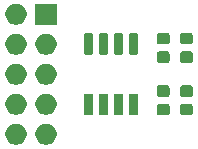
<source format=gbr>
G04 #@! TF.GenerationSoftware,KiCad,Pcbnew,5.1.5*
G04 #@! TF.CreationDate,2019-12-29T20:10:12-05:00*
G04 #@! TF.ProjectId,cluster-luks-key,636c7573-7465-4722-9d6c-756b732d6b65,v01*
G04 #@! TF.SameCoordinates,Original*
G04 #@! TF.FileFunction,Soldermask,Top*
G04 #@! TF.FilePolarity,Negative*
%FSLAX46Y46*%
G04 Gerber Fmt 4.6, Leading zero omitted, Abs format (unit mm)*
G04 Created by KiCad (PCBNEW 5.1.5) date 2019-12-29 20:10:12*
%MOMM*%
%LPD*%
G04 APERTURE LIST*
%ADD10C,0.100000*%
G04 APERTURE END LIST*
D10*
G36*
X155428513Y-105018928D02*
G01*
X155577813Y-105048625D01*
X155741785Y-105116545D01*
X155889355Y-105215148D01*
X156014854Y-105340647D01*
X156113457Y-105488217D01*
X156181377Y-105652189D01*
X156216001Y-105826260D01*
X156216001Y-106003742D01*
X156181377Y-106177813D01*
X156113457Y-106341785D01*
X156014854Y-106489355D01*
X155889355Y-106614854D01*
X155741785Y-106713457D01*
X155577813Y-106781377D01*
X155428513Y-106811074D01*
X155403743Y-106816001D01*
X155226259Y-106816001D01*
X155201489Y-106811074D01*
X155052189Y-106781377D01*
X154888217Y-106713457D01*
X154740647Y-106614854D01*
X154615148Y-106489355D01*
X154516545Y-106341785D01*
X154448625Y-106177813D01*
X154414001Y-106003742D01*
X154414001Y-105826260D01*
X154448625Y-105652189D01*
X154516545Y-105488217D01*
X154615148Y-105340647D01*
X154740647Y-105215148D01*
X154888217Y-105116545D01*
X155052189Y-105048625D01*
X155201489Y-105018928D01*
X155226259Y-105014001D01*
X155403743Y-105014001D01*
X155428513Y-105018928D01*
G37*
G36*
X152888513Y-105018928D02*
G01*
X153037813Y-105048625D01*
X153201785Y-105116545D01*
X153349355Y-105215148D01*
X153474854Y-105340647D01*
X153573457Y-105488217D01*
X153641377Y-105652189D01*
X153676001Y-105826260D01*
X153676001Y-106003742D01*
X153641377Y-106177813D01*
X153573457Y-106341785D01*
X153474854Y-106489355D01*
X153349355Y-106614854D01*
X153201785Y-106713457D01*
X153037813Y-106781377D01*
X152888513Y-106811074D01*
X152863743Y-106816001D01*
X152686259Y-106816001D01*
X152661489Y-106811074D01*
X152512189Y-106781377D01*
X152348217Y-106713457D01*
X152200647Y-106614854D01*
X152075148Y-106489355D01*
X151976545Y-106341785D01*
X151908625Y-106177813D01*
X151874001Y-106003742D01*
X151874001Y-105826260D01*
X151908625Y-105652189D01*
X151976545Y-105488217D01*
X152075148Y-105340647D01*
X152200647Y-105215148D01*
X152348217Y-105116545D01*
X152512189Y-105048625D01*
X152661489Y-105018928D01*
X152686259Y-105014001D01*
X152863743Y-105014001D01*
X152888513Y-105018928D01*
G37*
G36*
X162984928Y-102481764D02*
G01*
X163006009Y-102488160D01*
X163025445Y-102498548D01*
X163042476Y-102512524D01*
X163056452Y-102529555D01*
X163066840Y-102548991D01*
X163073236Y-102570072D01*
X163076000Y-102598140D01*
X163076000Y-104211860D01*
X163073236Y-104239928D01*
X163066840Y-104261009D01*
X163056452Y-104280445D01*
X163042476Y-104297476D01*
X163025445Y-104311452D01*
X163006009Y-104321840D01*
X162984928Y-104328236D01*
X162956860Y-104331000D01*
X162493140Y-104331000D01*
X162465072Y-104328236D01*
X162443991Y-104321840D01*
X162424555Y-104311452D01*
X162407524Y-104297476D01*
X162393548Y-104280445D01*
X162383160Y-104261009D01*
X162376764Y-104239928D01*
X162374000Y-104211860D01*
X162374000Y-102598140D01*
X162376764Y-102570072D01*
X162383160Y-102548991D01*
X162393548Y-102529555D01*
X162407524Y-102512524D01*
X162424555Y-102498548D01*
X162443991Y-102488160D01*
X162465072Y-102481764D01*
X162493140Y-102479000D01*
X162956860Y-102479000D01*
X162984928Y-102481764D01*
G37*
G36*
X161714928Y-102481764D02*
G01*
X161736009Y-102488160D01*
X161755445Y-102498548D01*
X161772476Y-102512524D01*
X161786452Y-102529555D01*
X161796840Y-102548991D01*
X161803236Y-102570072D01*
X161806000Y-102598140D01*
X161806000Y-104211860D01*
X161803236Y-104239928D01*
X161796840Y-104261009D01*
X161786452Y-104280445D01*
X161772476Y-104297476D01*
X161755445Y-104311452D01*
X161736009Y-104321840D01*
X161714928Y-104328236D01*
X161686860Y-104331000D01*
X161223140Y-104331000D01*
X161195072Y-104328236D01*
X161173991Y-104321840D01*
X161154555Y-104311452D01*
X161137524Y-104297476D01*
X161123548Y-104280445D01*
X161113160Y-104261009D01*
X161106764Y-104239928D01*
X161104000Y-104211860D01*
X161104000Y-102598140D01*
X161106764Y-102570072D01*
X161113160Y-102548991D01*
X161123548Y-102529555D01*
X161137524Y-102512524D01*
X161154555Y-102498548D01*
X161173991Y-102488160D01*
X161195072Y-102481764D01*
X161223140Y-102479000D01*
X161686860Y-102479000D01*
X161714928Y-102481764D01*
G37*
G36*
X160444928Y-102481764D02*
G01*
X160466009Y-102488160D01*
X160485445Y-102498548D01*
X160502476Y-102512524D01*
X160516452Y-102529555D01*
X160526840Y-102548991D01*
X160533236Y-102570072D01*
X160536000Y-102598140D01*
X160536000Y-104211860D01*
X160533236Y-104239928D01*
X160526840Y-104261009D01*
X160516452Y-104280445D01*
X160502476Y-104297476D01*
X160485445Y-104311452D01*
X160466009Y-104321840D01*
X160444928Y-104328236D01*
X160416860Y-104331000D01*
X159953140Y-104331000D01*
X159925072Y-104328236D01*
X159903991Y-104321840D01*
X159884555Y-104311452D01*
X159867524Y-104297476D01*
X159853548Y-104280445D01*
X159843160Y-104261009D01*
X159836764Y-104239928D01*
X159834000Y-104211860D01*
X159834000Y-102598140D01*
X159836764Y-102570072D01*
X159843160Y-102548991D01*
X159853548Y-102529555D01*
X159867524Y-102512524D01*
X159884555Y-102498548D01*
X159903991Y-102488160D01*
X159925072Y-102481764D01*
X159953140Y-102479000D01*
X160416860Y-102479000D01*
X160444928Y-102481764D01*
G37*
G36*
X159174928Y-102481764D02*
G01*
X159196009Y-102488160D01*
X159215445Y-102498548D01*
X159232476Y-102512524D01*
X159246452Y-102529555D01*
X159256840Y-102548991D01*
X159263236Y-102570072D01*
X159266000Y-102598140D01*
X159266000Y-104211860D01*
X159263236Y-104239928D01*
X159256840Y-104261009D01*
X159246452Y-104280445D01*
X159232476Y-104297476D01*
X159215445Y-104311452D01*
X159196009Y-104321840D01*
X159174928Y-104328236D01*
X159146860Y-104331000D01*
X158683140Y-104331000D01*
X158655072Y-104328236D01*
X158633991Y-104321840D01*
X158614555Y-104311452D01*
X158597524Y-104297476D01*
X158583548Y-104280445D01*
X158573160Y-104261009D01*
X158566764Y-104239928D01*
X158564000Y-104211860D01*
X158564000Y-102598140D01*
X158566764Y-102570072D01*
X158573160Y-102548991D01*
X158583548Y-102529555D01*
X158597524Y-102512524D01*
X158614555Y-102498548D01*
X158633991Y-102488160D01*
X158655072Y-102481764D01*
X158683140Y-102479000D01*
X159146860Y-102479000D01*
X159174928Y-102481764D01*
G37*
G36*
X167589591Y-103353085D02*
G01*
X167623569Y-103363393D01*
X167654890Y-103380134D01*
X167682339Y-103402661D01*
X167704866Y-103430110D01*
X167721607Y-103461431D01*
X167731915Y-103495409D01*
X167736000Y-103536890D01*
X167736000Y-104138110D01*
X167731915Y-104179591D01*
X167721607Y-104213569D01*
X167704866Y-104244890D01*
X167682339Y-104272339D01*
X167654890Y-104294866D01*
X167623569Y-104311607D01*
X167589591Y-104321915D01*
X167548110Y-104326000D01*
X166871890Y-104326000D01*
X166830409Y-104321915D01*
X166796431Y-104311607D01*
X166765110Y-104294866D01*
X166737661Y-104272339D01*
X166715134Y-104244890D01*
X166698393Y-104213569D01*
X166688085Y-104179591D01*
X166684000Y-104138110D01*
X166684000Y-103536890D01*
X166688085Y-103495409D01*
X166698393Y-103461431D01*
X166715134Y-103430110D01*
X166737661Y-103402661D01*
X166765110Y-103380134D01*
X166796431Y-103363393D01*
X166830409Y-103353085D01*
X166871890Y-103349000D01*
X167548110Y-103349000D01*
X167589591Y-103353085D01*
G37*
G36*
X165629591Y-103353085D02*
G01*
X165663569Y-103363393D01*
X165694890Y-103380134D01*
X165722339Y-103402661D01*
X165744866Y-103430110D01*
X165761607Y-103461431D01*
X165771915Y-103495409D01*
X165776000Y-103536890D01*
X165776000Y-104138110D01*
X165771915Y-104179591D01*
X165761607Y-104213569D01*
X165744866Y-104244890D01*
X165722339Y-104272339D01*
X165694890Y-104294866D01*
X165663569Y-104311607D01*
X165629591Y-104321915D01*
X165588110Y-104326000D01*
X164911890Y-104326000D01*
X164870409Y-104321915D01*
X164836431Y-104311607D01*
X164805110Y-104294866D01*
X164777661Y-104272339D01*
X164755134Y-104244890D01*
X164738393Y-104213569D01*
X164728085Y-104179591D01*
X164724000Y-104138110D01*
X164724000Y-103536890D01*
X164728085Y-103495409D01*
X164738393Y-103461431D01*
X164755134Y-103430110D01*
X164777661Y-103402661D01*
X164805110Y-103380134D01*
X164836431Y-103363393D01*
X164870409Y-103353085D01*
X164911890Y-103349000D01*
X165588110Y-103349000D01*
X165629591Y-103353085D01*
G37*
G36*
X152888513Y-102478928D02*
G01*
X153037813Y-102508625D01*
X153201785Y-102576545D01*
X153349355Y-102675148D01*
X153474854Y-102800647D01*
X153573457Y-102948217D01*
X153641377Y-103112189D01*
X153676001Y-103286260D01*
X153676001Y-103463742D01*
X153641377Y-103637813D01*
X153573457Y-103801785D01*
X153474854Y-103949355D01*
X153349355Y-104074854D01*
X153201785Y-104173457D01*
X153037813Y-104241377D01*
X152888513Y-104271074D01*
X152863743Y-104276001D01*
X152686259Y-104276001D01*
X152661489Y-104271074D01*
X152512189Y-104241377D01*
X152348217Y-104173457D01*
X152200647Y-104074854D01*
X152075148Y-103949355D01*
X151976545Y-103801785D01*
X151908625Y-103637813D01*
X151874001Y-103463742D01*
X151874001Y-103286260D01*
X151908625Y-103112189D01*
X151976545Y-102948217D01*
X152075148Y-102800647D01*
X152200647Y-102675148D01*
X152348217Y-102576545D01*
X152512189Y-102508625D01*
X152661489Y-102478928D01*
X152686259Y-102474001D01*
X152863743Y-102474001D01*
X152888513Y-102478928D01*
G37*
G36*
X155428513Y-102478928D02*
G01*
X155577813Y-102508625D01*
X155741785Y-102576545D01*
X155889355Y-102675148D01*
X156014854Y-102800647D01*
X156113457Y-102948217D01*
X156181377Y-103112189D01*
X156216001Y-103286260D01*
X156216001Y-103463742D01*
X156181377Y-103637813D01*
X156113457Y-103801785D01*
X156014854Y-103949355D01*
X155889355Y-104074854D01*
X155741785Y-104173457D01*
X155577813Y-104241377D01*
X155428513Y-104271074D01*
X155403743Y-104276001D01*
X155226259Y-104276001D01*
X155201489Y-104271074D01*
X155052189Y-104241377D01*
X154888217Y-104173457D01*
X154740647Y-104074854D01*
X154615148Y-103949355D01*
X154516545Y-103801785D01*
X154448625Y-103637813D01*
X154414001Y-103463742D01*
X154414001Y-103286260D01*
X154448625Y-103112189D01*
X154516545Y-102948217D01*
X154615148Y-102800647D01*
X154740647Y-102675148D01*
X154888217Y-102576545D01*
X155052189Y-102508625D01*
X155201489Y-102478928D01*
X155226259Y-102474001D01*
X155403743Y-102474001D01*
X155428513Y-102478928D01*
G37*
G36*
X167589591Y-101778085D02*
G01*
X167623569Y-101788393D01*
X167654890Y-101805134D01*
X167682339Y-101827661D01*
X167704866Y-101855110D01*
X167721607Y-101886431D01*
X167731915Y-101920409D01*
X167736000Y-101961890D01*
X167736000Y-102563110D01*
X167731915Y-102604591D01*
X167721607Y-102638569D01*
X167704866Y-102669890D01*
X167682339Y-102697339D01*
X167654890Y-102719866D01*
X167623569Y-102736607D01*
X167589591Y-102746915D01*
X167548110Y-102751000D01*
X166871890Y-102751000D01*
X166830409Y-102746915D01*
X166796431Y-102736607D01*
X166765110Y-102719866D01*
X166737661Y-102697339D01*
X166715134Y-102669890D01*
X166698393Y-102638569D01*
X166688085Y-102604591D01*
X166684000Y-102563110D01*
X166684000Y-101961890D01*
X166688085Y-101920409D01*
X166698393Y-101886431D01*
X166715134Y-101855110D01*
X166737661Y-101827661D01*
X166765110Y-101805134D01*
X166796431Y-101788393D01*
X166830409Y-101778085D01*
X166871890Y-101774000D01*
X167548110Y-101774000D01*
X167589591Y-101778085D01*
G37*
G36*
X165629591Y-101778085D02*
G01*
X165663569Y-101788393D01*
X165694890Y-101805134D01*
X165722339Y-101827661D01*
X165744866Y-101855110D01*
X165761607Y-101886431D01*
X165771915Y-101920409D01*
X165776000Y-101961890D01*
X165776000Y-102563110D01*
X165771915Y-102604591D01*
X165761607Y-102638569D01*
X165744866Y-102669890D01*
X165722339Y-102697339D01*
X165694890Y-102719866D01*
X165663569Y-102736607D01*
X165629591Y-102746915D01*
X165588110Y-102751000D01*
X164911890Y-102751000D01*
X164870409Y-102746915D01*
X164836431Y-102736607D01*
X164805110Y-102719866D01*
X164777661Y-102697339D01*
X164755134Y-102669890D01*
X164738393Y-102638569D01*
X164728085Y-102604591D01*
X164724000Y-102563110D01*
X164724000Y-101961890D01*
X164728085Y-101920409D01*
X164738393Y-101886431D01*
X164755134Y-101855110D01*
X164777661Y-101827661D01*
X164805110Y-101805134D01*
X164836431Y-101788393D01*
X164870409Y-101778085D01*
X164911890Y-101774000D01*
X165588110Y-101774000D01*
X165629591Y-101778085D01*
G37*
G36*
X155428513Y-99938928D02*
G01*
X155577813Y-99968625D01*
X155741785Y-100036545D01*
X155889355Y-100135148D01*
X156014854Y-100260647D01*
X156113457Y-100408217D01*
X156181377Y-100572189D01*
X156216001Y-100746260D01*
X156216001Y-100923742D01*
X156181377Y-101097813D01*
X156113457Y-101261785D01*
X156014854Y-101409355D01*
X155889355Y-101534854D01*
X155741785Y-101633457D01*
X155577813Y-101701377D01*
X155428513Y-101731074D01*
X155403743Y-101736001D01*
X155226259Y-101736001D01*
X155201489Y-101731074D01*
X155052189Y-101701377D01*
X154888217Y-101633457D01*
X154740647Y-101534854D01*
X154615148Y-101409355D01*
X154516545Y-101261785D01*
X154448625Y-101097813D01*
X154414001Y-100923742D01*
X154414001Y-100746260D01*
X154448625Y-100572189D01*
X154516545Y-100408217D01*
X154615148Y-100260647D01*
X154740647Y-100135148D01*
X154888217Y-100036545D01*
X155052189Y-99968625D01*
X155201489Y-99938928D01*
X155226259Y-99934001D01*
X155403743Y-99934001D01*
X155428513Y-99938928D01*
G37*
G36*
X152888513Y-99938928D02*
G01*
X153037813Y-99968625D01*
X153201785Y-100036545D01*
X153349355Y-100135148D01*
X153474854Y-100260647D01*
X153573457Y-100408217D01*
X153641377Y-100572189D01*
X153676001Y-100746260D01*
X153676001Y-100923742D01*
X153641377Y-101097813D01*
X153573457Y-101261785D01*
X153474854Y-101409355D01*
X153349355Y-101534854D01*
X153201785Y-101633457D01*
X153037813Y-101701377D01*
X152888513Y-101731074D01*
X152863743Y-101736001D01*
X152686259Y-101736001D01*
X152661489Y-101731074D01*
X152512189Y-101701377D01*
X152348217Y-101633457D01*
X152200647Y-101534854D01*
X152075148Y-101409355D01*
X151976545Y-101261785D01*
X151908625Y-101097813D01*
X151874001Y-100923742D01*
X151874001Y-100746260D01*
X151908625Y-100572189D01*
X151976545Y-100408217D01*
X152075148Y-100260647D01*
X152200647Y-100135148D01*
X152348217Y-100036545D01*
X152512189Y-99968625D01*
X152661489Y-99938928D01*
X152686259Y-99934001D01*
X152863743Y-99934001D01*
X152888513Y-99938928D01*
G37*
G36*
X167589591Y-98913085D02*
G01*
X167623569Y-98923393D01*
X167654890Y-98940134D01*
X167682339Y-98962661D01*
X167704866Y-98990110D01*
X167721607Y-99021431D01*
X167731915Y-99055409D01*
X167736000Y-99096890D01*
X167736000Y-99698110D01*
X167731915Y-99739591D01*
X167721607Y-99773569D01*
X167704866Y-99804890D01*
X167682339Y-99832339D01*
X167654890Y-99854866D01*
X167623569Y-99871607D01*
X167589591Y-99881915D01*
X167548110Y-99886000D01*
X166871890Y-99886000D01*
X166830409Y-99881915D01*
X166796431Y-99871607D01*
X166765110Y-99854866D01*
X166737661Y-99832339D01*
X166715134Y-99804890D01*
X166698393Y-99773569D01*
X166688085Y-99739591D01*
X166684000Y-99698110D01*
X166684000Y-99096890D01*
X166688085Y-99055409D01*
X166698393Y-99021431D01*
X166715134Y-98990110D01*
X166737661Y-98962661D01*
X166765110Y-98940134D01*
X166796431Y-98923393D01*
X166830409Y-98913085D01*
X166871890Y-98909000D01*
X167548110Y-98909000D01*
X167589591Y-98913085D01*
G37*
G36*
X165629591Y-98913085D02*
G01*
X165663569Y-98923393D01*
X165694890Y-98940134D01*
X165722339Y-98962661D01*
X165744866Y-98990110D01*
X165761607Y-99021431D01*
X165771915Y-99055409D01*
X165776000Y-99096890D01*
X165776000Y-99698110D01*
X165771915Y-99739591D01*
X165761607Y-99773569D01*
X165744866Y-99804890D01*
X165722339Y-99832339D01*
X165694890Y-99854866D01*
X165663569Y-99871607D01*
X165629591Y-99881915D01*
X165588110Y-99886000D01*
X164911890Y-99886000D01*
X164870409Y-99881915D01*
X164836431Y-99871607D01*
X164805110Y-99854866D01*
X164777661Y-99832339D01*
X164755134Y-99804890D01*
X164738393Y-99773569D01*
X164728085Y-99739591D01*
X164724000Y-99698110D01*
X164724000Y-99096890D01*
X164728085Y-99055409D01*
X164738393Y-99021431D01*
X164755134Y-98990110D01*
X164777661Y-98962661D01*
X164805110Y-98940134D01*
X164836431Y-98923393D01*
X164870409Y-98913085D01*
X164911890Y-98909000D01*
X165588110Y-98909000D01*
X165629591Y-98913085D01*
G37*
G36*
X152888513Y-97398928D02*
G01*
X153037813Y-97428625D01*
X153201785Y-97496545D01*
X153349355Y-97595148D01*
X153474854Y-97720647D01*
X153573457Y-97868217D01*
X153641377Y-98032189D01*
X153676001Y-98206260D01*
X153676001Y-98383742D01*
X153641377Y-98557813D01*
X153573457Y-98721785D01*
X153474854Y-98869355D01*
X153349355Y-98994854D01*
X153201785Y-99093457D01*
X153037813Y-99161377D01*
X152888513Y-99191074D01*
X152863743Y-99196001D01*
X152686259Y-99196001D01*
X152661489Y-99191074D01*
X152512189Y-99161377D01*
X152348217Y-99093457D01*
X152200647Y-98994854D01*
X152075148Y-98869355D01*
X151976545Y-98721785D01*
X151908625Y-98557813D01*
X151874001Y-98383742D01*
X151874001Y-98206260D01*
X151908625Y-98032189D01*
X151976545Y-97868217D01*
X152075148Y-97720647D01*
X152200647Y-97595148D01*
X152348217Y-97496545D01*
X152512189Y-97428625D01*
X152661489Y-97398928D01*
X152686259Y-97394001D01*
X152863743Y-97394001D01*
X152888513Y-97398928D01*
G37*
G36*
X155428513Y-97398928D02*
G01*
X155577813Y-97428625D01*
X155741785Y-97496545D01*
X155889355Y-97595148D01*
X156014854Y-97720647D01*
X156113457Y-97868217D01*
X156181377Y-98032189D01*
X156216001Y-98206260D01*
X156216001Y-98383742D01*
X156181377Y-98557813D01*
X156113457Y-98721785D01*
X156014854Y-98869355D01*
X155889355Y-98994854D01*
X155741785Y-99093457D01*
X155577813Y-99161377D01*
X155428513Y-99191074D01*
X155403743Y-99196001D01*
X155226259Y-99196001D01*
X155201489Y-99191074D01*
X155052189Y-99161377D01*
X154888217Y-99093457D01*
X154740647Y-98994854D01*
X154615148Y-98869355D01*
X154516545Y-98721785D01*
X154448625Y-98557813D01*
X154414001Y-98383742D01*
X154414001Y-98206260D01*
X154448625Y-98032189D01*
X154516545Y-97868217D01*
X154615148Y-97720647D01*
X154740647Y-97595148D01*
X154888217Y-97496545D01*
X155052189Y-97428625D01*
X155201489Y-97398928D01*
X155226259Y-97394001D01*
X155403743Y-97394001D01*
X155428513Y-97398928D01*
G37*
G36*
X162984928Y-97331764D02*
G01*
X163006009Y-97338160D01*
X163025445Y-97348548D01*
X163042476Y-97362524D01*
X163056452Y-97379555D01*
X163066840Y-97398991D01*
X163073236Y-97420072D01*
X163076000Y-97448140D01*
X163076000Y-99061860D01*
X163073236Y-99089928D01*
X163066840Y-99111009D01*
X163056452Y-99130445D01*
X163042476Y-99147476D01*
X163025445Y-99161452D01*
X163006009Y-99171840D01*
X162984928Y-99178236D01*
X162956860Y-99181000D01*
X162493140Y-99181000D01*
X162465072Y-99178236D01*
X162443991Y-99171840D01*
X162424555Y-99161452D01*
X162407524Y-99147476D01*
X162393548Y-99130445D01*
X162383160Y-99111009D01*
X162376764Y-99089928D01*
X162374000Y-99061860D01*
X162374000Y-97448140D01*
X162376764Y-97420072D01*
X162383160Y-97398991D01*
X162393548Y-97379555D01*
X162407524Y-97362524D01*
X162424555Y-97348548D01*
X162443991Y-97338160D01*
X162465072Y-97331764D01*
X162493140Y-97329000D01*
X162956860Y-97329000D01*
X162984928Y-97331764D01*
G37*
G36*
X161714928Y-97331764D02*
G01*
X161736009Y-97338160D01*
X161755445Y-97348548D01*
X161772476Y-97362524D01*
X161786452Y-97379555D01*
X161796840Y-97398991D01*
X161803236Y-97420072D01*
X161806000Y-97448140D01*
X161806000Y-99061860D01*
X161803236Y-99089928D01*
X161796840Y-99111009D01*
X161786452Y-99130445D01*
X161772476Y-99147476D01*
X161755445Y-99161452D01*
X161736009Y-99171840D01*
X161714928Y-99178236D01*
X161686860Y-99181000D01*
X161223140Y-99181000D01*
X161195072Y-99178236D01*
X161173991Y-99171840D01*
X161154555Y-99161452D01*
X161137524Y-99147476D01*
X161123548Y-99130445D01*
X161113160Y-99111009D01*
X161106764Y-99089928D01*
X161104000Y-99061860D01*
X161104000Y-97448140D01*
X161106764Y-97420072D01*
X161113160Y-97398991D01*
X161123548Y-97379555D01*
X161137524Y-97362524D01*
X161154555Y-97348548D01*
X161173991Y-97338160D01*
X161195072Y-97331764D01*
X161223140Y-97329000D01*
X161686860Y-97329000D01*
X161714928Y-97331764D01*
G37*
G36*
X159174928Y-97331764D02*
G01*
X159196009Y-97338160D01*
X159215445Y-97348548D01*
X159232476Y-97362524D01*
X159246452Y-97379555D01*
X159256840Y-97398991D01*
X159263236Y-97420072D01*
X159266000Y-97448140D01*
X159266000Y-99061860D01*
X159263236Y-99089928D01*
X159256840Y-99111009D01*
X159246452Y-99130445D01*
X159232476Y-99147476D01*
X159215445Y-99161452D01*
X159196009Y-99171840D01*
X159174928Y-99178236D01*
X159146860Y-99181000D01*
X158683140Y-99181000D01*
X158655072Y-99178236D01*
X158633991Y-99171840D01*
X158614555Y-99161452D01*
X158597524Y-99147476D01*
X158583548Y-99130445D01*
X158573160Y-99111009D01*
X158566764Y-99089928D01*
X158564000Y-99061860D01*
X158564000Y-97448140D01*
X158566764Y-97420072D01*
X158573160Y-97398991D01*
X158583548Y-97379555D01*
X158597524Y-97362524D01*
X158614555Y-97348548D01*
X158633991Y-97338160D01*
X158655072Y-97331764D01*
X158683140Y-97329000D01*
X159146860Y-97329000D01*
X159174928Y-97331764D01*
G37*
G36*
X160444928Y-97331764D02*
G01*
X160466009Y-97338160D01*
X160485445Y-97348548D01*
X160502476Y-97362524D01*
X160516452Y-97379555D01*
X160526840Y-97398991D01*
X160533236Y-97420072D01*
X160536000Y-97448140D01*
X160536000Y-99061860D01*
X160533236Y-99089928D01*
X160526840Y-99111009D01*
X160516452Y-99130445D01*
X160502476Y-99147476D01*
X160485445Y-99161452D01*
X160466009Y-99171840D01*
X160444928Y-99178236D01*
X160416860Y-99181000D01*
X159953140Y-99181000D01*
X159925072Y-99178236D01*
X159903991Y-99171840D01*
X159884555Y-99161452D01*
X159867524Y-99147476D01*
X159853548Y-99130445D01*
X159843160Y-99111009D01*
X159836764Y-99089928D01*
X159834000Y-99061860D01*
X159834000Y-97448140D01*
X159836764Y-97420072D01*
X159843160Y-97398991D01*
X159853548Y-97379555D01*
X159867524Y-97362524D01*
X159884555Y-97348548D01*
X159903991Y-97338160D01*
X159925072Y-97331764D01*
X159953140Y-97329000D01*
X160416860Y-97329000D01*
X160444928Y-97331764D01*
G37*
G36*
X165629591Y-97338085D02*
G01*
X165663569Y-97348393D01*
X165694890Y-97365134D01*
X165722339Y-97387661D01*
X165744866Y-97415110D01*
X165761607Y-97446431D01*
X165771915Y-97480409D01*
X165776000Y-97521890D01*
X165776000Y-98123110D01*
X165771915Y-98164591D01*
X165761607Y-98198569D01*
X165744866Y-98229890D01*
X165722339Y-98257339D01*
X165694890Y-98279866D01*
X165663569Y-98296607D01*
X165629591Y-98306915D01*
X165588110Y-98311000D01*
X164911890Y-98311000D01*
X164870409Y-98306915D01*
X164836431Y-98296607D01*
X164805110Y-98279866D01*
X164777661Y-98257339D01*
X164755134Y-98229890D01*
X164738393Y-98198569D01*
X164728085Y-98164591D01*
X164724000Y-98123110D01*
X164724000Y-97521890D01*
X164728085Y-97480409D01*
X164738393Y-97446431D01*
X164755134Y-97415110D01*
X164777661Y-97387661D01*
X164805110Y-97365134D01*
X164836431Y-97348393D01*
X164870409Y-97338085D01*
X164911890Y-97334000D01*
X165588110Y-97334000D01*
X165629591Y-97338085D01*
G37*
G36*
X167589591Y-97338085D02*
G01*
X167623569Y-97348393D01*
X167654890Y-97365134D01*
X167682339Y-97387661D01*
X167704866Y-97415110D01*
X167721607Y-97446431D01*
X167731915Y-97480409D01*
X167736000Y-97521890D01*
X167736000Y-98123110D01*
X167731915Y-98164591D01*
X167721607Y-98198569D01*
X167704866Y-98229890D01*
X167682339Y-98257339D01*
X167654890Y-98279866D01*
X167623569Y-98296607D01*
X167589591Y-98306915D01*
X167548110Y-98311000D01*
X166871890Y-98311000D01*
X166830409Y-98306915D01*
X166796431Y-98296607D01*
X166765110Y-98279866D01*
X166737661Y-98257339D01*
X166715134Y-98229890D01*
X166698393Y-98198569D01*
X166688085Y-98164591D01*
X166684000Y-98123110D01*
X166684000Y-97521890D01*
X166688085Y-97480409D01*
X166698393Y-97446431D01*
X166715134Y-97415110D01*
X166737661Y-97387661D01*
X166765110Y-97365134D01*
X166796431Y-97348393D01*
X166830409Y-97338085D01*
X166871890Y-97334000D01*
X167548110Y-97334000D01*
X167589591Y-97338085D01*
G37*
G36*
X152888513Y-94858928D02*
G01*
X153037813Y-94888625D01*
X153201785Y-94956545D01*
X153349355Y-95055148D01*
X153474854Y-95180647D01*
X153573457Y-95328217D01*
X153641377Y-95492189D01*
X153676001Y-95666260D01*
X153676001Y-95843742D01*
X153641377Y-96017813D01*
X153573457Y-96181785D01*
X153474854Y-96329355D01*
X153349355Y-96454854D01*
X153201785Y-96553457D01*
X153037813Y-96621377D01*
X152888513Y-96651074D01*
X152863743Y-96656001D01*
X152686259Y-96656001D01*
X152661489Y-96651074D01*
X152512189Y-96621377D01*
X152348217Y-96553457D01*
X152200647Y-96454854D01*
X152075148Y-96329355D01*
X151976545Y-96181785D01*
X151908625Y-96017813D01*
X151874001Y-95843742D01*
X151874001Y-95666260D01*
X151908625Y-95492189D01*
X151976545Y-95328217D01*
X152075148Y-95180647D01*
X152200647Y-95055148D01*
X152348217Y-94956545D01*
X152512189Y-94888625D01*
X152661489Y-94858928D01*
X152686259Y-94854001D01*
X152863743Y-94854001D01*
X152888513Y-94858928D01*
G37*
G36*
X156216001Y-96656001D02*
G01*
X154414001Y-96656001D01*
X154414001Y-94854001D01*
X156216001Y-94854001D01*
X156216001Y-96656001D01*
G37*
M02*

</source>
